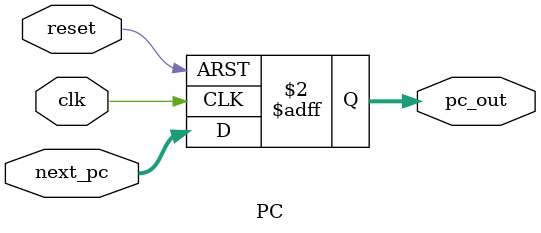
<source format=v>
`timescale 1ns / 1ps

module PC(input clk, input reset, input [31:0] next_pc, output reg [31:0] pc_out);
    always @(posedge clk or posedge reset) begin
        if(reset) begin
            pc_out <= 32'b0;
        end
        else begin
            pc_out <= next_pc;
        end
    end
endmodule
</source>
